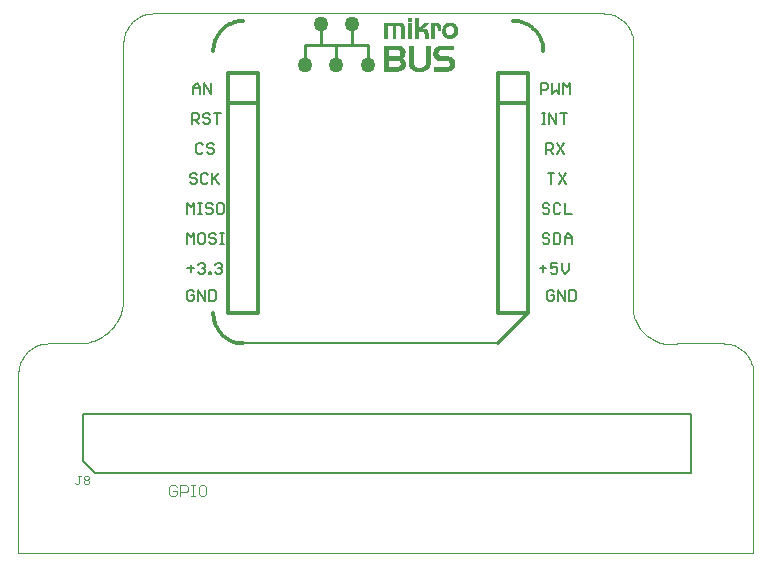
<source format=gto>
G75*
%MOIN*%
%OFA0B0*%
%FSLAX24Y24*%
%IPPOS*%
%LPD*%
%AMOC8*
5,1,8,0,0,1.08239X$1,22.5*
%
%ADD10C,0.0000*%
%ADD11C,0.0050*%
%ADD12C,0.0030*%
%ADD13C,0.0120*%
%ADD14C,0.0090*%
%ADD15C,0.0498*%
%ADD16C,0.0060*%
D10*
X000500Y000100D02*
X000500Y006100D01*
X000502Y006160D01*
X000507Y006221D01*
X000516Y006280D01*
X000529Y006339D01*
X000545Y006398D01*
X000565Y006455D01*
X000588Y006510D01*
X000615Y006565D01*
X000644Y006617D01*
X000677Y006668D01*
X000713Y006717D01*
X000751Y006763D01*
X000793Y006807D01*
X000837Y006849D01*
X000883Y006887D01*
X000932Y006923D01*
X000983Y006956D01*
X001035Y006985D01*
X001090Y007012D01*
X001145Y007035D01*
X001202Y007055D01*
X001261Y007071D01*
X001320Y007084D01*
X001379Y007093D01*
X001440Y007098D01*
X001500Y007100D01*
X002500Y007100D01*
X002576Y007102D01*
X002652Y007108D01*
X002727Y007117D01*
X002802Y007131D01*
X002876Y007148D01*
X002949Y007169D01*
X003021Y007193D01*
X003092Y007222D01*
X003161Y007253D01*
X003228Y007288D01*
X003293Y007327D01*
X003357Y007369D01*
X003418Y007414D01*
X003477Y007462D01*
X003533Y007513D01*
X003587Y007567D01*
X003638Y007623D01*
X003686Y007682D01*
X003731Y007743D01*
X003773Y007807D01*
X003812Y007872D01*
X003847Y007939D01*
X003878Y008008D01*
X003907Y008079D01*
X003931Y008151D01*
X003952Y008224D01*
X003969Y008298D01*
X003983Y008373D01*
X003992Y008448D01*
X003998Y008524D01*
X004000Y008600D01*
X004000Y017100D01*
X004002Y017160D01*
X004007Y017221D01*
X004016Y017280D01*
X004029Y017339D01*
X004045Y017398D01*
X004065Y017455D01*
X004088Y017510D01*
X004115Y017565D01*
X004144Y017617D01*
X004177Y017668D01*
X004213Y017717D01*
X004251Y017763D01*
X004293Y017807D01*
X004337Y017849D01*
X004383Y017887D01*
X004432Y017923D01*
X004483Y017956D01*
X004535Y017985D01*
X004590Y018012D01*
X004645Y018035D01*
X004702Y018055D01*
X004761Y018071D01*
X004820Y018084D01*
X004879Y018093D01*
X004940Y018098D01*
X005000Y018100D01*
X020000Y018100D01*
X020060Y018098D01*
X020121Y018093D01*
X020180Y018084D01*
X020239Y018071D01*
X020298Y018055D01*
X020355Y018035D01*
X020410Y018012D01*
X020465Y017985D01*
X020517Y017956D01*
X020568Y017923D01*
X020617Y017887D01*
X020663Y017849D01*
X020707Y017807D01*
X020749Y017763D01*
X020787Y017717D01*
X020823Y017668D01*
X020856Y017617D01*
X020885Y017565D01*
X020912Y017510D01*
X020935Y017455D01*
X020955Y017398D01*
X020971Y017339D01*
X020984Y017280D01*
X020993Y017221D01*
X020998Y017160D01*
X021000Y017100D01*
X021000Y008100D01*
X021015Y008033D01*
X021034Y007966D01*
X021057Y007901D01*
X021083Y007837D01*
X021112Y007775D01*
X021145Y007714D01*
X021181Y007655D01*
X021220Y007598D01*
X021263Y007543D01*
X021308Y007491D01*
X021356Y007441D01*
X021406Y007394D01*
X021459Y007350D01*
X021514Y007309D01*
X021572Y007270D01*
X021631Y007235D01*
X021692Y007203D01*
X021755Y007175D01*
X021820Y007150D01*
X021885Y007128D01*
X021952Y007110D01*
X022020Y007096D01*
X022088Y007085D01*
X022156Y007078D01*
X022225Y007075D01*
X022294Y007076D01*
X022363Y007080D01*
X022432Y007088D01*
X022500Y007100D01*
X024000Y007100D01*
X024060Y007098D01*
X024121Y007093D01*
X024180Y007084D01*
X024239Y007071D01*
X024298Y007055D01*
X024355Y007035D01*
X024410Y007012D01*
X024465Y006985D01*
X024517Y006956D01*
X024568Y006923D01*
X024617Y006887D01*
X024663Y006849D01*
X024707Y006807D01*
X024749Y006763D01*
X024787Y006717D01*
X024823Y006668D01*
X024856Y006617D01*
X024885Y006565D01*
X024912Y006510D01*
X024935Y006455D01*
X024955Y006398D01*
X024971Y006339D01*
X024984Y006280D01*
X024993Y006221D01*
X024998Y006160D01*
X025000Y006100D01*
X025000Y000100D01*
X000500Y000100D01*
D11*
X003047Y002786D02*
X022929Y002786D01*
X022929Y004754D01*
X002653Y004754D01*
X002653Y003179D01*
X003047Y002786D01*
X008000Y007100D02*
X016500Y007100D01*
D12*
X006756Y002321D02*
X006756Y002074D01*
X006694Y002013D01*
X006571Y002013D01*
X006509Y002074D01*
X006509Y002321D01*
X006571Y002383D01*
X006694Y002383D01*
X006756Y002321D01*
X006387Y002383D02*
X006263Y002383D01*
X006325Y002383D02*
X006325Y002013D01*
X006263Y002013D02*
X006387Y002013D01*
X006142Y002198D02*
X006080Y002136D01*
X005895Y002136D01*
X005895Y002013D02*
X005895Y002383D01*
X006080Y002383D01*
X006142Y002321D01*
X006142Y002198D01*
X005774Y002198D02*
X005774Y002074D01*
X005712Y002013D01*
X005589Y002013D01*
X005527Y002074D01*
X005527Y002321D01*
X005589Y002383D01*
X005712Y002383D01*
X005774Y002321D01*
X005774Y002198D02*
X005650Y002198D01*
X002865Y002455D02*
X002817Y002406D01*
X002720Y002406D01*
X002672Y002455D01*
X002672Y002503D01*
X002720Y002551D01*
X002817Y002551D01*
X002865Y002503D01*
X002865Y002455D01*
X002817Y002551D02*
X002865Y002600D01*
X002865Y002648D01*
X002817Y002697D01*
X002720Y002697D01*
X002672Y002648D01*
X002672Y002600D01*
X002720Y002551D01*
X002571Y002697D02*
X002474Y002697D01*
X002522Y002697D02*
X002522Y002455D01*
X002474Y002406D01*
X002426Y002406D01*
X002377Y002455D01*
X012695Y016196D02*
X012695Y017017D01*
X013088Y017017D01*
X013172Y017014D01*
X013235Y017004D01*
X013281Y016984D01*
X013317Y016953D01*
X013357Y016887D01*
X013371Y016807D01*
X013370Y016775D01*
X013364Y016746D01*
X013354Y016719D01*
X013340Y016694D01*
X013322Y016672D01*
X013300Y016652D01*
X013274Y016634D01*
X013245Y016618D01*
X013245Y016219D01*
X013225Y016213D02*
X013225Y016360D01*
X013221Y016354D02*
X013234Y016377D01*
X013242Y016405D01*
X013245Y016437D01*
X013242Y016469D01*
X013236Y016496D01*
X013224Y016518D01*
X013208Y016536D01*
X013187Y016549D01*
X013160Y016558D01*
X013127Y016563D01*
X013088Y016565D01*
X012827Y016565D01*
X012827Y016300D01*
X013077Y016300D01*
X013116Y016303D01*
X013150Y016309D01*
X013179Y016320D01*
X013203Y016335D01*
X013221Y016354D01*
X013205Y016337D02*
X013205Y016208D01*
X013197Y016206D02*
X013056Y016196D01*
X012695Y016196D01*
X012705Y016196D02*
X012705Y017017D01*
X012725Y017017D02*
X012725Y016196D01*
X012745Y016196D02*
X012745Y017017D01*
X012765Y017017D02*
X012765Y016196D01*
X012785Y016196D02*
X012785Y017017D01*
X012805Y017017D02*
X012805Y016196D01*
X012825Y016196D02*
X012825Y017017D01*
X012845Y017017D02*
X012845Y016913D01*
X012827Y016913D02*
X012827Y016670D01*
X013088Y016670D01*
X013152Y016675D01*
X013193Y016695D01*
X013212Y016713D01*
X013225Y016736D01*
X013225Y016517D01*
X013205Y016538D02*
X013205Y016706D01*
X013185Y016689D02*
X013185Y016549D01*
X013165Y016556D02*
X013165Y016679D01*
X013145Y016674D02*
X013145Y016561D01*
X013125Y016564D02*
X013125Y016671D01*
X013105Y016670D02*
X013105Y016565D01*
X013085Y016565D02*
X013085Y016670D01*
X013065Y016670D02*
X013065Y016565D01*
X013045Y016565D02*
X013045Y016670D01*
X013025Y016670D02*
X013025Y016565D01*
X013005Y016565D02*
X013005Y016670D01*
X012985Y016670D02*
X012985Y016565D01*
X012965Y016565D02*
X012965Y016670D01*
X012945Y016670D02*
X012945Y016565D01*
X012925Y016565D02*
X012925Y016670D01*
X012905Y016670D02*
X012905Y016565D01*
X012885Y016565D02*
X012885Y016670D01*
X012865Y016670D02*
X012865Y016565D01*
X012845Y016565D02*
X012845Y016670D01*
X012827Y016913D02*
X013088Y016913D01*
X013161Y016906D01*
X013201Y016883D01*
X013227Y016844D01*
X013236Y016792D01*
X013233Y016762D01*
X013225Y016736D01*
X013225Y016849D02*
X013225Y017006D01*
X013205Y017010D02*
X013205Y016879D01*
X013185Y016896D02*
X013185Y017013D01*
X013165Y017015D02*
X013165Y016905D01*
X013145Y016909D02*
X013145Y017016D01*
X013125Y017017D02*
X013125Y016911D01*
X013105Y016912D02*
X013105Y017017D01*
X013085Y017017D02*
X013085Y016913D01*
X013065Y016913D02*
X013065Y017017D01*
X013045Y017017D02*
X013045Y016913D01*
X013025Y016913D02*
X013025Y017017D01*
X013005Y017017D02*
X013005Y016913D01*
X012985Y016913D02*
X012985Y017017D01*
X012965Y017017D02*
X012965Y016913D01*
X012945Y016913D02*
X012945Y017017D01*
X012925Y017017D02*
X012925Y016913D01*
X012905Y016913D02*
X012905Y017017D01*
X012885Y017017D02*
X012885Y016913D01*
X012865Y016913D02*
X012865Y017017D01*
X013245Y017001D02*
X013245Y016619D01*
X013245Y016618D02*
X013279Y016604D01*
X013308Y016588D01*
X013332Y016569D01*
X013351Y016547D01*
X013365Y016523D01*
X013365Y016331D01*
X013359Y016317D02*
X013329Y016273D01*
X013288Y016239D01*
X013197Y016206D01*
X013185Y016204D02*
X013185Y016323D01*
X013165Y016314D02*
X013165Y016201D01*
X013145Y016199D02*
X013145Y016308D01*
X013125Y016304D02*
X013125Y016198D01*
X013105Y016197D02*
X013105Y016301D01*
X013085Y016300D02*
X013085Y016196D01*
X013065Y016196D02*
X013065Y016300D01*
X013045Y016300D02*
X013045Y016196D01*
X013025Y016196D02*
X013025Y016300D01*
X013005Y016300D02*
X013005Y016196D01*
X012985Y016196D02*
X012985Y016300D01*
X012965Y016300D02*
X012965Y016196D01*
X012945Y016196D02*
X012945Y016300D01*
X012925Y016300D02*
X012925Y016196D01*
X012905Y016196D02*
X012905Y016300D01*
X012885Y016300D02*
X012885Y016196D01*
X012865Y016196D02*
X012865Y016300D01*
X012845Y016300D02*
X012845Y016196D01*
X013265Y016227D02*
X013265Y016610D01*
X013265Y016629D02*
X013265Y016993D01*
X013285Y016981D02*
X013285Y016641D01*
X013305Y016656D02*
X013305Y016965D01*
X013325Y016944D02*
X013325Y016676D01*
X013345Y016703D02*
X013345Y016914D01*
X013365Y016861D02*
X013365Y016753D01*
X013285Y016601D02*
X013285Y016237D01*
X013305Y016251D02*
X013305Y016589D01*
X013325Y016575D02*
X013325Y016269D01*
X013345Y016293D02*
X013345Y016555D01*
X013365Y016523D02*
X013376Y016495D01*
X013382Y016464D01*
X013384Y016429D01*
X013378Y016370D01*
X013359Y016317D01*
X013525Y016375D02*
X013525Y017017D01*
X013509Y017017D02*
X013641Y017017D01*
X013641Y016530D01*
X013650Y016417D01*
X013682Y016352D01*
X013713Y016324D01*
X013752Y016304D01*
X013801Y016292D01*
X013858Y016288D01*
X013923Y016293D01*
X013978Y016309D01*
X014022Y016335D01*
X014053Y016371D01*
X014064Y016396D01*
X014072Y016429D01*
X014076Y016475D01*
X014077Y016539D01*
X014077Y017017D01*
X014209Y017017D01*
X014209Y016539D01*
X014206Y016440D01*
X014194Y016369D01*
X014171Y016316D01*
X014134Y016273D01*
X014079Y016234D01*
X014012Y016206D01*
X013933Y016189D01*
X013842Y016183D01*
X013792Y016185D01*
X013747Y016191D01*
X013707Y016200D01*
X013670Y016212D01*
X013638Y016229D01*
X013608Y016249D01*
X013583Y016274D01*
X013560Y016303D01*
X013536Y016345D01*
X013521Y016393D01*
X013512Y016453D01*
X013509Y016530D01*
X013509Y017017D01*
X013545Y017017D02*
X013545Y016325D01*
X013565Y016295D02*
X013565Y017017D01*
X013585Y017017D02*
X013585Y016271D01*
X013605Y016252D02*
X013605Y017017D01*
X013625Y017017D02*
X013625Y016237D01*
X013645Y016224D02*
X013645Y016448D01*
X013665Y016376D02*
X013665Y016214D01*
X013685Y016206D02*
X013685Y016348D01*
X013705Y016329D02*
X013705Y016200D01*
X013725Y016195D02*
X013725Y016316D01*
X013745Y016307D02*
X013745Y016191D01*
X013765Y016188D02*
X013765Y016300D01*
X013785Y016295D02*
X013785Y016186D01*
X013805Y016184D02*
X013805Y016291D01*
X013825Y016289D02*
X013825Y016184D01*
X013845Y016183D02*
X013845Y016288D01*
X013865Y016288D02*
X013865Y016184D01*
X013885Y016185D02*
X013885Y016289D01*
X013905Y016291D02*
X013905Y016186D01*
X013925Y016188D02*
X013925Y016294D01*
X013945Y016298D02*
X013945Y016191D01*
X013965Y016194D02*
X013965Y016304D01*
X013985Y016312D02*
X013985Y016199D01*
X014005Y016204D02*
X014005Y016323D01*
X014025Y016338D02*
X014025Y016210D01*
X014045Y016218D02*
X014045Y016360D01*
X014065Y016399D02*
X014065Y016227D01*
X014085Y016237D02*
X014085Y017017D01*
X014105Y017017D02*
X014105Y016250D01*
X014125Y016266D02*
X014125Y017017D01*
X014145Y017017D02*
X014145Y016285D01*
X014165Y016309D02*
X014165Y017017D01*
X014185Y017017D02*
X014185Y016343D01*
X014205Y016432D02*
X014205Y017017D01*
X014365Y016900D02*
X014365Y016646D01*
X014379Y016629D02*
X014353Y016669D01*
X014336Y016716D01*
X014331Y016770D01*
X014333Y016804D01*
X014339Y016836D01*
X014349Y016867D01*
X014362Y016895D01*
X014380Y016922D01*
X014400Y016945D01*
X014423Y016965D01*
X014449Y016983D01*
X014530Y017009D01*
X014650Y017017D01*
X014988Y017017D01*
X014988Y016913D01*
X014650Y016913D01*
X014567Y016907D01*
X014517Y016889D01*
X014483Y016848D01*
X014470Y016788D01*
X014473Y016759D01*
X014481Y016735D01*
X014493Y016715D01*
X014511Y016699D01*
X014536Y016688D01*
X014567Y016680D01*
X014605Y016675D01*
X014650Y016674D01*
X014699Y016674D01*
X014792Y016671D01*
X014860Y016663D01*
X014909Y016648D01*
X014947Y016626D01*
X014981Y016589D01*
X015006Y016543D01*
X015027Y016431D01*
X015025Y016396D01*
X015019Y016363D01*
X015010Y016333D01*
X014996Y016305D01*
X014979Y016280D01*
X014959Y016259D01*
X014935Y016240D01*
X014907Y016224D01*
X014872Y016210D01*
X014829Y016201D01*
X014774Y016197D01*
X014699Y016196D01*
X014361Y016196D01*
X014361Y016300D01*
X014715Y016300D01*
X014759Y016302D01*
X014795Y016308D01*
X014825Y016317D01*
X014848Y016329D01*
X014866Y016346D01*
X014878Y016368D01*
X014885Y016395D01*
X014888Y016427D01*
X014869Y016505D01*
X014845Y016531D01*
X014845Y016666D01*
X014825Y016668D02*
X014825Y016542D01*
X014814Y016547D02*
X014769Y016554D01*
X014691Y016555D01*
X014623Y016555D01*
X014496Y016565D01*
X014415Y016597D01*
X014379Y016629D01*
X014385Y016622D02*
X014385Y016929D01*
X014405Y016950D02*
X014405Y016604D01*
X014425Y016591D02*
X014425Y016967D01*
X014445Y016981D02*
X014445Y016581D01*
X014465Y016573D02*
X014465Y016991D01*
X014485Y016998D02*
X014485Y016852D01*
X014505Y016879D02*
X014505Y017004D01*
X014525Y017008D02*
X014525Y016894D01*
X014545Y016902D02*
X014545Y017012D01*
X014565Y017014D02*
X014565Y016907D01*
X014585Y016910D02*
X014585Y017015D01*
X014605Y017016D02*
X014605Y016911D01*
X014625Y016912D02*
X014625Y017017D01*
X014645Y017017D02*
X014645Y016913D01*
X014665Y016913D02*
X014665Y017017D01*
X014685Y017017D02*
X014685Y016913D01*
X014705Y016913D02*
X014705Y017017D01*
X014725Y017017D02*
X014725Y016913D01*
X014745Y016913D02*
X014745Y017017D01*
X014765Y017017D02*
X014765Y016913D01*
X014785Y016913D02*
X014785Y017017D01*
X014805Y017017D02*
X014805Y016913D01*
X014825Y016913D02*
X014825Y017017D01*
X014845Y017017D02*
X014845Y016913D01*
X014865Y016913D02*
X014865Y017017D01*
X014885Y017017D02*
X014885Y016913D01*
X014905Y016913D02*
X014905Y017017D01*
X014925Y017017D02*
X014925Y016913D01*
X014945Y016913D02*
X014945Y017017D01*
X014965Y017017D02*
X014965Y016913D01*
X014985Y016913D02*
X014985Y017017D01*
X014932Y017298D02*
X014876Y017294D01*
X014819Y017298D01*
X014770Y017310D01*
X014727Y017329D01*
X014691Y017356D01*
X014664Y017390D01*
X014644Y017431D01*
X014632Y017479D01*
X014628Y017534D01*
X014644Y017638D01*
X014690Y017719D01*
X014690Y017357D01*
X014710Y017340D02*
X014710Y017739D01*
X014730Y017753D02*
X014730Y017581D01*
X014730Y017579D02*
X014727Y017540D01*
X014730Y017501D01*
X014737Y017467D01*
X014748Y017439D01*
X014764Y017415D01*
X014784Y017397D01*
X014809Y017384D01*
X014839Y017377D01*
X014873Y017374D01*
X014909Y017377D01*
X014939Y017384D01*
X014965Y017397D01*
X014986Y017415D01*
X015003Y017438D01*
X015015Y017466D01*
X015022Y017499D01*
X015024Y017538D01*
X015022Y017577D01*
X015014Y017612D01*
X015002Y017641D01*
X014986Y017666D01*
X014964Y017686D01*
X014939Y017699D01*
X014909Y017708D01*
X014875Y017711D01*
X014841Y017708D01*
X014812Y017700D01*
X014786Y017686D01*
X014765Y017667D01*
X014749Y017642D01*
X014737Y017613D01*
X014730Y017579D01*
X014750Y017645D02*
X014750Y017765D01*
X014769Y017773D02*
X014881Y017790D01*
X014937Y017786D01*
X014985Y017774D01*
X015027Y017754D01*
X015061Y017725D01*
X015089Y017690D01*
X015108Y017647D01*
X015120Y017597D01*
X015124Y017540D01*
X015120Y017485D01*
X015108Y017436D01*
X015087Y017394D01*
X015059Y017359D01*
X015023Y017330D01*
X014981Y017310D01*
X014932Y017298D01*
X014930Y017298D02*
X014930Y017381D01*
X014910Y017377D02*
X014910Y017296D01*
X014890Y017294D02*
X014890Y017375D01*
X014870Y017374D02*
X014870Y017294D01*
X014850Y017295D02*
X014850Y017375D01*
X014830Y017378D02*
X014830Y017297D01*
X014810Y017299D02*
X014810Y017384D01*
X014790Y017394D02*
X014790Y017304D01*
X014770Y017309D02*
X014770Y017409D01*
X014750Y017435D02*
X014750Y017317D01*
X014730Y017327D02*
X014730Y017498D01*
X014630Y017490D02*
X014630Y017576D01*
X014567Y017566D02*
X014476Y017566D01*
X014476Y017614D01*
X014471Y017658D01*
X014457Y017686D01*
X014431Y017700D01*
X014388Y017705D01*
X014350Y017705D01*
X014350Y017299D01*
X014253Y017299D01*
X014253Y017785D01*
X014378Y017785D01*
X014472Y017777D01*
X014528Y017748D01*
X014558Y017699D01*
X014567Y017614D01*
X014567Y017566D01*
X014550Y017566D02*
X014550Y017719D01*
X014530Y017746D02*
X014530Y017566D01*
X014510Y017566D02*
X014510Y017762D01*
X014490Y017772D02*
X014490Y017566D01*
X014470Y017662D02*
X014470Y017778D01*
X014450Y017781D02*
X014450Y017691D01*
X014430Y017700D02*
X014430Y017784D01*
X014410Y017785D02*
X014410Y017703D01*
X014390Y017705D02*
X014390Y017785D01*
X014370Y017785D02*
X014370Y017705D01*
X014350Y017705D02*
X014350Y017785D01*
X014330Y017785D02*
X014330Y017299D01*
X014310Y017299D02*
X014310Y017785D01*
X014290Y017785D02*
X014290Y017299D01*
X014270Y017299D02*
X014270Y017785D01*
X014165Y017785D02*
X013927Y017594D01*
X013976Y017594D01*
X014053Y017584D01*
X014104Y017554D01*
X014131Y017507D01*
X014138Y017431D01*
X014138Y017299D01*
X014041Y017299D01*
X014041Y017411D01*
X014035Y017473D01*
X014014Y017505D01*
X013997Y017514D01*
X013975Y017520D01*
X013945Y017523D01*
X013903Y017524D01*
X013812Y017524D01*
X013812Y017299D01*
X013715Y017299D01*
X013715Y017965D01*
X013812Y017965D01*
X013812Y017594D01*
X014041Y017785D01*
X014165Y017785D01*
X014150Y017785D02*
X014150Y017773D01*
X014130Y017785D02*
X014130Y017757D01*
X014110Y017741D02*
X014110Y017785D01*
X014090Y017785D02*
X014090Y017725D01*
X014070Y017709D02*
X014070Y017785D01*
X014050Y017785D02*
X014050Y017693D01*
X014030Y017677D02*
X014030Y017776D01*
X014010Y017759D02*
X014010Y017661D01*
X013990Y017645D02*
X013990Y017742D01*
X013970Y017726D02*
X013970Y017629D01*
X013950Y017613D02*
X013950Y017709D01*
X013930Y017692D02*
X013930Y017596D01*
X013930Y017594D02*
X013930Y017523D01*
X013910Y017524D02*
X013910Y017676D01*
X013890Y017659D02*
X013890Y017524D01*
X013870Y017524D02*
X013870Y017642D01*
X013850Y017626D02*
X013850Y017524D01*
X013830Y017524D02*
X013830Y017609D01*
X013950Y017594D02*
X013950Y017522D01*
X013970Y017521D02*
X013970Y017594D01*
X013990Y017593D02*
X013990Y017516D01*
X014010Y017507D02*
X014010Y017592D01*
X014030Y017590D02*
X014030Y017486D01*
X014090Y017566D02*
X014090Y017299D01*
X014070Y017299D02*
X014070Y017578D01*
X014050Y017585D02*
X014050Y017299D01*
X014110Y017299D02*
X014110Y017548D01*
X014130Y017510D02*
X014130Y017299D01*
X013810Y017299D02*
X013810Y017965D01*
X013790Y017965D02*
X013790Y017299D01*
X013770Y017299D02*
X013770Y017965D01*
X013750Y017965D02*
X013750Y017299D01*
X013730Y017299D02*
X013730Y017965D01*
X013577Y017965D02*
X013577Y017864D01*
X013480Y017864D01*
X013480Y017965D01*
X013577Y017965D01*
X013570Y017965D02*
X013570Y017864D01*
X013550Y017864D02*
X013550Y017965D01*
X013530Y017965D02*
X013530Y017864D01*
X013510Y017864D02*
X013510Y017965D01*
X013490Y017965D02*
X013490Y017864D01*
X013490Y017785D02*
X013490Y017299D01*
X013480Y017299D02*
X013480Y017785D01*
X013577Y017785D01*
X013577Y017299D01*
X013480Y017299D01*
X013510Y017299D02*
X013510Y017785D01*
X013530Y017785D02*
X013530Y017299D01*
X013550Y017299D02*
X013550Y017785D01*
X013570Y017785D02*
X013570Y017299D01*
X013350Y017299D02*
X013350Y017600D01*
X013347Y017654D01*
X013339Y017695D01*
X013324Y017726D01*
X013302Y017750D01*
X013275Y017769D01*
X013244Y017779D01*
X013198Y017784D01*
X013125Y017785D01*
X012695Y017785D01*
X012695Y017299D01*
X012791Y017299D01*
X012791Y017709D01*
X012971Y017709D01*
X012971Y017299D01*
X013068Y017299D01*
X013068Y017709D01*
X013143Y017709D01*
X013171Y017707D01*
X013195Y017703D01*
X013214Y017695D01*
X013229Y017685D01*
X013239Y017670D01*
X013247Y017651D01*
X013251Y017628D01*
X013253Y017600D01*
X013253Y017299D01*
X013350Y017299D01*
X013330Y017299D02*
X013330Y017716D01*
X013310Y017743D02*
X013310Y017299D01*
X013290Y017299D02*
X013290Y017760D01*
X013270Y017771D02*
X013270Y017299D01*
X013050Y017299D02*
X013050Y017785D01*
X013030Y017785D02*
X013030Y017299D01*
X013010Y017299D02*
X013010Y017785D01*
X012990Y017785D02*
X012990Y017299D01*
X012790Y017299D02*
X012790Y017785D01*
X012770Y017785D02*
X012770Y017299D01*
X012750Y017299D02*
X012750Y017785D01*
X012730Y017785D02*
X012730Y017299D01*
X012710Y017299D02*
X012710Y017785D01*
X012810Y017785D02*
X012810Y017709D01*
X012830Y017709D02*
X012830Y017785D01*
X012850Y017785D02*
X012850Y017709D01*
X012870Y017709D02*
X012870Y017785D01*
X012890Y017785D02*
X012890Y017709D01*
X012910Y017709D02*
X012910Y017785D01*
X012930Y017785D02*
X012930Y017709D01*
X012950Y017709D02*
X012950Y017785D01*
X012970Y017785D02*
X012970Y017709D01*
X013070Y017709D02*
X013070Y017785D01*
X013090Y017785D02*
X013090Y017709D01*
X013110Y017709D02*
X013110Y017785D01*
X013130Y017785D02*
X013130Y017709D01*
X013150Y017708D02*
X013150Y017785D01*
X013170Y017785D02*
X013170Y017707D01*
X013190Y017704D02*
X013190Y017785D01*
X013210Y017784D02*
X013210Y017697D01*
X013230Y017683D02*
X013230Y017782D01*
X013250Y017778D02*
X013250Y017636D01*
X014345Y016858D02*
X014345Y016685D01*
X014485Y016726D02*
X014485Y016568D01*
X014505Y016564D02*
X014505Y016704D01*
X014525Y016692D02*
X014525Y016561D01*
X014545Y016558D02*
X014545Y016685D01*
X014565Y016680D02*
X014565Y016557D01*
X014585Y016556D02*
X014585Y016677D01*
X014605Y016675D02*
X014605Y016556D01*
X014625Y016555D02*
X014625Y016674D01*
X014645Y016674D02*
X014645Y016555D01*
X014665Y016555D02*
X014665Y016674D01*
X014685Y016674D02*
X014685Y016555D01*
X014705Y016555D02*
X014705Y016674D01*
X014725Y016673D02*
X014725Y016555D01*
X014745Y016555D02*
X014745Y016673D01*
X014765Y016673D02*
X014765Y016554D01*
X014785Y016552D02*
X014785Y016672D01*
X014805Y016670D02*
X014805Y016549D01*
X014814Y016547D02*
X014845Y016531D01*
X014865Y016510D02*
X014865Y016662D01*
X014885Y016657D02*
X014885Y016458D01*
X014885Y016396D02*
X014885Y016214D01*
X014865Y016208D02*
X014865Y016346D01*
X014845Y016327D02*
X014845Y016204D01*
X014825Y016201D02*
X014825Y016317D01*
X014805Y016310D02*
X014805Y016199D01*
X014785Y016197D02*
X014785Y016306D01*
X014765Y016303D02*
X014765Y016197D01*
X014745Y016196D02*
X014745Y016301D01*
X014725Y016300D02*
X014725Y016196D01*
X014705Y016196D02*
X014705Y016300D01*
X014685Y016300D02*
X014685Y016196D01*
X014665Y016196D02*
X014665Y016300D01*
X014645Y016300D02*
X014645Y016196D01*
X014625Y016196D02*
X014625Y016300D01*
X014605Y016300D02*
X014605Y016196D01*
X014585Y016196D02*
X014585Y016300D01*
X014565Y016300D02*
X014565Y016196D01*
X014545Y016196D02*
X014545Y016300D01*
X014525Y016300D02*
X014525Y016196D01*
X014505Y016196D02*
X014505Y016300D01*
X014485Y016300D02*
X014485Y016196D01*
X014465Y016196D02*
X014465Y016300D01*
X014445Y016300D02*
X014445Y016196D01*
X014425Y016196D02*
X014425Y016300D01*
X014405Y016300D02*
X014405Y016196D01*
X014385Y016196D02*
X014385Y016300D01*
X014365Y016300D02*
X014365Y016196D01*
X014905Y016223D02*
X014905Y016650D01*
X014925Y016640D02*
X014925Y016234D01*
X014945Y016247D02*
X014945Y016627D01*
X014965Y016608D02*
X014965Y016265D01*
X014985Y016289D02*
X014985Y016582D01*
X015005Y016545D02*
X015005Y016323D01*
X015025Y016399D02*
X015025Y016464D01*
X014950Y017302D02*
X014950Y017389D01*
X014970Y017401D02*
X014970Y017307D01*
X014990Y017314D02*
X014990Y017419D01*
X015010Y017454D02*
X015010Y017323D01*
X015030Y017335D02*
X015030Y017752D01*
X015010Y017763D02*
X015010Y017624D01*
X014990Y017661D02*
X014990Y017772D01*
X014970Y017779D02*
X014970Y017681D01*
X014950Y017694D02*
X014950Y017784D01*
X014930Y017787D02*
X014930Y017703D01*
X014910Y017708D02*
X014910Y017789D01*
X014890Y017790D02*
X014890Y017710D01*
X014870Y017710D02*
X014870Y017790D01*
X014850Y017789D02*
X014850Y017709D01*
X014830Y017705D02*
X014830Y017787D01*
X014810Y017784D02*
X014810Y017699D01*
X014790Y017688D02*
X014790Y017780D01*
X014770Y017773D02*
X014770Y017672D01*
X014690Y017719D02*
X014769Y017773D01*
X014670Y017693D02*
X014670Y017381D01*
X014650Y017415D02*
X014650Y017654D01*
X015050Y017736D02*
X015050Y017350D01*
X015070Y017371D02*
X015070Y017716D01*
X015090Y017687D02*
X015090Y017399D01*
X015110Y017443D02*
X015110Y017641D01*
D13*
X017000Y017850D02*
X017060Y017848D01*
X017121Y017843D01*
X017180Y017834D01*
X017239Y017821D01*
X017298Y017805D01*
X017355Y017785D01*
X017410Y017762D01*
X017465Y017735D01*
X017517Y017706D01*
X017568Y017673D01*
X017617Y017637D01*
X017663Y017599D01*
X017707Y017557D01*
X017749Y017513D01*
X017787Y017467D01*
X017823Y017418D01*
X017856Y017367D01*
X017885Y017315D01*
X017912Y017260D01*
X017935Y017205D01*
X017955Y017148D01*
X017971Y017089D01*
X017984Y017030D01*
X017993Y016971D01*
X017998Y016910D01*
X018000Y016850D01*
X017500Y016100D02*
X017500Y008100D01*
X016500Y008100D01*
X016500Y016100D01*
X017500Y016100D01*
X017500Y015100D02*
X016500Y015100D01*
X008500Y015100D02*
X007500Y015100D01*
X007500Y016100D01*
X008500Y016100D01*
X008500Y015100D01*
X008500Y008100D01*
X007500Y008100D01*
X007500Y015100D01*
X007000Y016850D02*
X007002Y016910D01*
X007007Y016971D01*
X007016Y017030D01*
X007029Y017089D01*
X007045Y017148D01*
X007065Y017205D01*
X007088Y017260D01*
X007115Y017315D01*
X007144Y017367D01*
X007177Y017418D01*
X007213Y017467D01*
X007251Y017513D01*
X007293Y017557D01*
X007337Y017599D01*
X007383Y017637D01*
X007432Y017673D01*
X007483Y017706D01*
X007535Y017735D01*
X007590Y017762D01*
X007645Y017785D01*
X007702Y017805D01*
X007761Y017821D01*
X007820Y017834D01*
X007879Y017843D01*
X007940Y017848D01*
X008000Y017850D01*
X007000Y008100D02*
X007002Y008040D01*
X007007Y007979D01*
X007016Y007920D01*
X007029Y007861D01*
X007045Y007802D01*
X007065Y007745D01*
X007088Y007690D01*
X007115Y007635D01*
X007144Y007583D01*
X007177Y007532D01*
X007213Y007483D01*
X007251Y007437D01*
X007293Y007393D01*
X007337Y007351D01*
X007383Y007313D01*
X007432Y007277D01*
X007483Y007244D01*
X007535Y007215D01*
X007590Y007188D01*
X007645Y007165D01*
X007702Y007145D01*
X007761Y007129D01*
X007820Y007116D01*
X007879Y007107D01*
X007940Y007102D01*
X008000Y007100D01*
X016500Y007100D02*
X017500Y008100D01*
D14*
X011097Y016358D02*
X011097Y017065D01*
X011619Y017065D01*
X011619Y017717D01*
X011619Y017065D02*
X012141Y017065D01*
X012141Y016413D01*
X011097Y017065D02*
X010578Y017065D01*
X010578Y017717D01*
X010578Y017065D02*
X010056Y017065D01*
X010056Y016359D01*
D15*
X010056Y016387D03*
X011097Y016387D03*
X012141Y016387D03*
X011619Y017739D03*
X010578Y017739D03*
D16*
X006925Y015770D02*
X006925Y015430D01*
X006698Y015770D01*
X006698Y015430D01*
X006557Y015430D02*
X006557Y015657D01*
X006443Y015770D01*
X006330Y015657D01*
X006330Y015430D01*
X006330Y015600D02*
X006557Y015600D01*
X006450Y014770D02*
X006507Y014714D01*
X006507Y014600D01*
X006450Y014543D01*
X006280Y014543D01*
X006280Y014430D02*
X006280Y014770D01*
X006450Y014770D01*
X006648Y014714D02*
X006648Y014657D01*
X006705Y014600D01*
X006818Y014600D01*
X006875Y014543D01*
X006875Y014487D01*
X006818Y014430D01*
X006705Y014430D01*
X006648Y014487D01*
X006507Y014430D02*
X006393Y014543D01*
X006648Y014714D02*
X006705Y014770D01*
X006818Y014770D01*
X006875Y014714D01*
X007017Y014770D02*
X007243Y014770D01*
X007130Y014770D02*
X007130Y014430D01*
X006968Y013770D02*
X006855Y013770D01*
X006798Y013714D01*
X006798Y013657D01*
X006855Y013600D01*
X006968Y013600D01*
X007025Y013543D01*
X007025Y013487D01*
X006968Y013430D01*
X006855Y013430D01*
X006798Y013487D01*
X006657Y013487D02*
X006600Y013430D01*
X006487Y013430D01*
X006430Y013487D01*
X006430Y013714D01*
X006487Y013770D01*
X006600Y013770D01*
X006657Y013714D01*
X006968Y013770D02*
X007025Y013714D01*
X006967Y012770D02*
X006967Y012430D01*
X006967Y012543D02*
X007193Y012770D01*
X007023Y012600D02*
X007193Y012430D01*
X006825Y012487D02*
X006768Y012430D01*
X006655Y012430D01*
X006598Y012487D01*
X006598Y012714D01*
X006655Y012770D01*
X006768Y012770D01*
X006825Y012714D01*
X006457Y012714D02*
X006400Y012770D01*
X006287Y012770D01*
X006230Y012714D01*
X006230Y012657D01*
X006287Y012600D01*
X006400Y012600D01*
X006457Y012543D01*
X006457Y012487D01*
X006400Y012430D01*
X006287Y012430D01*
X006230Y012487D01*
X006130Y011770D02*
X006243Y011657D01*
X006357Y011770D01*
X006357Y011430D01*
X006498Y011430D02*
X006612Y011430D01*
X006555Y011430D02*
X006555Y011770D01*
X006498Y011770D02*
X006612Y011770D01*
X006744Y011714D02*
X006744Y011657D01*
X006801Y011600D01*
X006914Y011600D01*
X006971Y011543D01*
X006971Y011487D01*
X006914Y011430D01*
X006801Y011430D01*
X006744Y011487D01*
X006744Y011714D02*
X006801Y011770D01*
X006914Y011770D01*
X006971Y011714D01*
X007112Y011714D02*
X007112Y011487D01*
X007169Y011430D01*
X007282Y011430D01*
X007339Y011487D01*
X007339Y011714D01*
X007282Y011770D01*
X007169Y011770D01*
X007112Y011714D01*
X006130Y011770D02*
X006130Y011430D01*
X006130Y010770D02*
X006243Y010657D01*
X006357Y010770D01*
X006357Y010430D01*
X006498Y010487D02*
X006555Y010430D01*
X006668Y010430D01*
X006725Y010487D01*
X006725Y010714D01*
X006668Y010770D01*
X006555Y010770D01*
X006498Y010714D01*
X006498Y010487D01*
X006130Y010430D02*
X006130Y010770D01*
X006867Y010714D02*
X006867Y010657D01*
X006923Y010600D01*
X007037Y010600D01*
X007093Y010543D01*
X007093Y010487D01*
X007037Y010430D01*
X006923Y010430D01*
X006867Y010487D01*
X006867Y010714D02*
X006923Y010770D01*
X007037Y010770D01*
X007093Y010714D01*
X007235Y010770D02*
X007348Y010770D01*
X007292Y010770D02*
X007292Y010430D01*
X007348Y010430D02*
X007235Y010430D01*
X007221Y009770D02*
X007278Y009714D01*
X007278Y009657D01*
X007221Y009600D01*
X007278Y009543D01*
X007278Y009487D01*
X007221Y009430D01*
X007108Y009430D01*
X007051Y009487D01*
X006923Y009487D02*
X006923Y009430D01*
X006867Y009430D01*
X006867Y009487D01*
X006923Y009487D01*
X006725Y009487D02*
X006668Y009430D01*
X006555Y009430D01*
X006498Y009487D01*
X006612Y009600D02*
X006668Y009600D01*
X006725Y009543D01*
X006725Y009487D01*
X006668Y009600D02*
X006725Y009657D01*
X006725Y009714D01*
X006668Y009770D01*
X006555Y009770D01*
X006498Y009714D01*
X006357Y009600D02*
X006130Y009600D01*
X006243Y009487D02*
X006243Y009714D01*
X007051Y009714D02*
X007108Y009770D01*
X007221Y009770D01*
X007221Y009600D02*
X007164Y009600D01*
X007037Y008870D02*
X006867Y008870D01*
X006867Y008530D01*
X007037Y008530D01*
X007093Y008587D01*
X007093Y008814D01*
X007037Y008870D01*
X006725Y008870D02*
X006725Y008530D01*
X006498Y008870D01*
X006498Y008530D01*
X006357Y008587D02*
X006300Y008530D01*
X006187Y008530D01*
X006130Y008587D01*
X006130Y008814D01*
X006187Y008870D01*
X006300Y008870D01*
X006357Y008814D01*
X006357Y008700D02*
X006243Y008700D01*
X006357Y008700D02*
X006357Y008587D01*
X017875Y009600D02*
X018102Y009600D01*
X018243Y009600D02*
X018357Y009657D01*
X018414Y009657D01*
X018470Y009600D01*
X018470Y009487D01*
X018414Y009430D01*
X018300Y009430D01*
X018243Y009487D01*
X018243Y009600D02*
X018243Y009770D01*
X018470Y009770D01*
X018612Y009770D02*
X018612Y009543D01*
X018725Y009430D01*
X018839Y009543D01*
X018839Y009770D01*
X018939Y010430D02*
X018939Y010657D01*
X018825Y010770D01*
X018712Y010657D01*
X018712Y010430D01*
X018570Y010487D02*
X018570Y010714D01*
X018514Y010770D01*
X018343Y010770D01*
X018343Y010430D01*
X018514Y010430D01*
X018570Y010487D01*
X018712Y010600D02*
X018939Y010600D01*
X018202Y010543D02*
X018202Y010487D01*
X018145Y010430D01*
X018032Y010430D01*
X017975Y010487D01*
X018032Y010600D02*
X018145Y010600D01*
X018202Y010543D01*
X018202Y010714D02*
X018145Y010770D01*
X018032Y010770D01*
X017975Y010714D01*
X017975Y010657D01*
X018032Y010600D01*
X018032Y011430D02*
X017975Y011487D01*
X018032Y011430D02*
X018145Y011430D01*
X018202Y011487D01*
X018202Y011543D01*
X018145Y011600D01*
X018032Y011600D01*
X017975Y011657D01*
X017975Y011714D01*
X018032Y011770D01*
X018145Y011770D01*
X018202Y011714D01*
X018343Y011714D02*
X018343Y011487D01*
X018400Y011430D01*
X018514Y011430D01*
X018570Y011487D01*
X018712Y011430D02*
X018939Y011430D01*
X018712Y011430D02*
X018712Y011770D01*
X018570Y011714D02*
X018514Y011770D01*
X018400Y011770D01*
X018343Y011714D01*
X018257Y012430D02*
X018257Y012770D01*
X018370Y012770D02*
X018143Y012770D01*
X018512Y012770D02*
X018739Y012430D01*
X018512Y012430D02*
X018739Y012770D01*
X018689Y013430D02*
X018462Y013770D01*
X018320Y013714D02*
X018320Y013600D01*
X018264Y013543D01*
X018093Y013543D01*
X018093Y013430D02*
X018093Y013770D01*
X018264Y013770D01*
X018320Y013714D01*
X018207Y013543D02*
X018320Y013430D01*
X018462Y013430D02*
X018689Y013770D01*
X018675Y014430D02*
X018675Y014770D01*
X018562Y014770D02*
X018789Y014770D01*
X018420Y014770D02*
X018420Y014430D01*
X018193Y014770D01*
X018193Y014430D01*
X018061Y014430D02*
X017948Y014430D01*
X018005Y014430D02*
X018005Y014770D01*
X018061Y014770D02*
X017948Y014770D01*
X017925Y015430D02*
X017925Y015770D01*
X018095Y015770D01*
X018152Y015714D01*
X018152Y015600D01*
X018095Y015543D01*
X017925Y015543D01*
X018293Y015430D02*
X018407Y015543D01*
X018520Y015430D01*
X018520Y015770D01*
X018662Y015770D02*
X018775Y015657D01*
X018889Y015770D01*
X018889Y015430D01*
X018662Y015430D02*
X018662Y015770D01*
X018293Y015770D02*
X018293Y015430D01*
X017988Y009714D02*
X017988Y009487D01*
X018187Y008870D02*
X018130Y008814D01*
X018130Y008587D01*
X018187Y008530D01*
X018300Y008530D01*
X018357Y008587D01*
X018357Y008700D01*
X018243Y008700D01*
X018357Y008814D02*
X018300Y008870D01*
X018187Y008870D01*
X018498Y008870D02*
X018725Y008530D01*
X018725Y008870D01*
X018867Y008870D02*
X019037Y008870D01*
X019093Y008814D01*
X019093Y008587D01*
X019037Y008530D01*
X018867Y008530D01*
X018867Y008870D01*
X018498Y008870D02*
X018498Y008530D01*
M02*

</source>
